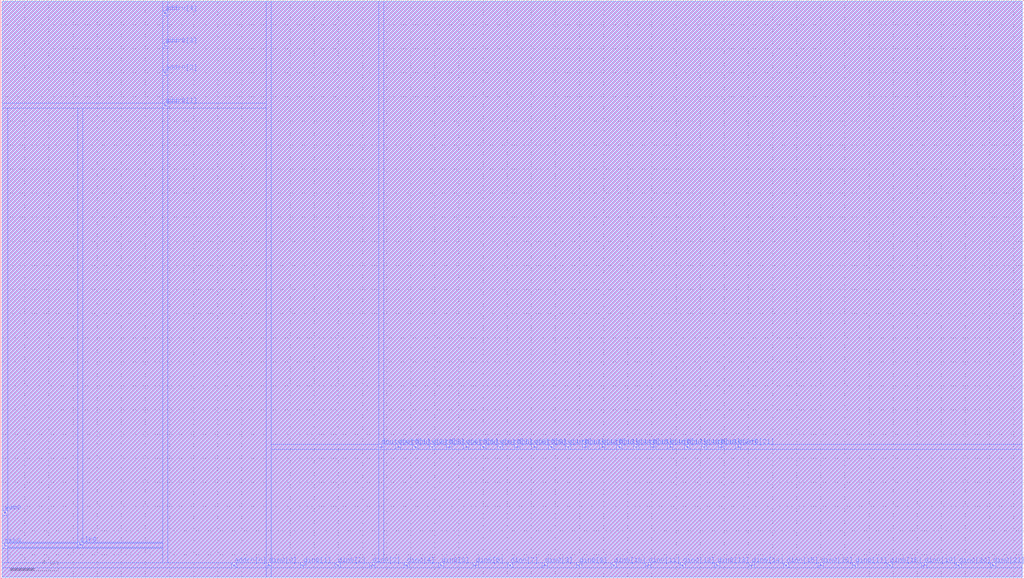
<source format=lef>
VERSION 5.4 ;
NAMESCASESENSITIVE ON ;
BUSBITCHARS "[]" ;
DIVIDERCHAR "/" ;
UNITS
  DATABASE MICRONS 2000 ;
END UNITS
MACRO mp3_tag_array_2
   CLASS BLOCK ;
   SIZE 84.86 BY 48.055 ;
   SYMMETRY X Y R90 ;
   PIN din0[0]
      DIRECTION INPUT ;
      PORT
         LAYER metal3 ;
         RECT  22.155 1.0375 22.29 1.1725 ;
      END
   END din0[0]
   PIN din0[1]
      DIRECTION INPUT ;
      PORT
         LAYER metal3 ;
         RECT  25.015 1.0375 25.15 1.1725 ;
      END
   END din0[1]
   PIN din0[2]
      DIRECTION INPUT ;
      PORT
         LAYER metal3 ;
         RECT  27.875 1.0375 28.01 1.1725 ;
      END
   END din0[2]
   PIN din0[3]
      DIRECTION INPUT ;
      PORT
         LAYER metal3 ;
         RECT  30.735 1.0375 30.87 1.1725 ;
      END
   END din0[3]
   PIN din0[4]
      DIRECTION INPUT ;
      PORT
         LAYER metal3 ;
         RECT  33.595 1.0375 33.73 1.1725 ;
      END
   END din0[4]
   PIN din0[5]
      DIRECTION INPUT ;
      PORT
         LAYER metal3 ;
         RECT  36.455 1.0375 36.59 1.1725 ;
      END
   END din0[5]
   PIN din0[6]
      DIRECTION INPUT ;
      PORT
         LAYER metal3 ;
         RECT  39.315 1.0375 39.45 1.1725 ;
      END
   END din0[6]
   PIN din0[7]
      DIRECTION INPUT ;
      PORT
         LAYER metal3 ;
         RECT  42.175 1.0375 42.31 1.1725 ;
      END
   END din0[7]
   PIN din0[8]
      DIRECTION INPUT ;
      PORT
         LAYER metal3 ;
         RECT  45.035 1.0375 45.17 1.1725 ;
      END
   END din0[8]
   PIN din0[9]
      DIRECTION INPUT ;
      PORT
         LAYER metal3 ;
         RECT  47.895 1.0375 48.03 1.1725 ;
      END
   END din0[9]
   PIN din0[10]
      DIRECTION INPUT ;
      PORT
         LAYER metal3 ;
         RECT  50.755 1.0375 50.89 1.1725 ;
      END
   END din0[10]
   PIN din0[11]
      DIRECTION INPUT ;
      PORT
         LAYER metal3 ;
         RECT  53.615 1.0375 53.75 1.1725 ;
      END
   END din0[11]
   PIN din0[12]
      DIRECTION INPUT ;
      PORT
         LAYER metal3 ;
         RECT  56.475 1.0375 56.61 1.1725 ;
      END
   END din0[12]
   PIN din0[13]
      DIRECTION INPUT ;
      PORT
         LAYER metal3 ;
         RECT  59.335 1.0375 59.47 1.1725 ;
      END
   END din0[13]
   PIN din0[14]
      DIRECTION INPUT ;
      PORT
         LAYER metal3 ;
         RECT  62.195 1.0375 62.33 1.1725 ;
      END
   END din0[14]
   PIN din0[15]
      DIRECTION INPUT ;
      PORT
         LAYER metal3 ;
         RECT  65.055 1.0375 65.19 1.1725 ;
      END
   END din0[15]
   PIN din0[16]
      DIRECTION INPUT ;
      PORT
         LAYER metal3 ;
         RECT  67.915 1.0375 68.05 1.1725 ;
      END
   END din0[16]
   PIN din0[17]
      DIRECTION INPUT ;
      PORT
         LAYER metal3 ;
         RECT  70.775 1.0375 70.91 1.1725 ;
      END
   END din0[17]
   PIN din0[18]
      DIRECTION INPUT ;
      PORT
         LAYER metal3 ;
         RECT  73.635 1.0375 73.77 1.1725 ;
      END
   END din0[18]
   PIN din0[19]
      DIRECTION INPUT ;
      PORT
         LAYER metal3 ;
         RECT  76.495 1.0375 76.63 1.1725 ;
      END
   END din0[19]
   PIN din0[20]
      DIRECTION INPUT ;
      PORT
         LAYER metal3 ;
         RECT  79.355 1.0375 79.49 1.1725 ;
      END
   END din0[20]
   PIN din0[21]
      DIRECTION INPUT ;
      PORT
         LAYER metal3 ;
         RECT  82.215 1.0375 82.35 1.1725 ;
      END
   END din0[21]
   PIN addr0[0]
      DIRECTION INPUT ;
      PORT
         LAYER metal3 ;
         RECT  19.295 1.0375 19.43 1.1725 ;
      END
   END addr0[0]
   PIN addr0[1]
      DIRECTION INPUT ;
      PORT
         LAYER metal3 ;
         RECT  13.575 39.2125 13.71 39.3475 ;
      END
   END addr0[1]
   PIN addr0[2]
      DIRECTION INPUT ;
      PORT
         LAYER metal3 ;
         RECT  13.575 41.9425 13.71 42.0775 ;
      END
   END addr0[2]
   PIN addr0[3]
      DIRECTION INPUT ;
      PORT
         LAYER metal3 ;
         RECT  13.575 44.1525 13.71 44.2875 ;
      END
   END addr0[3]
   PIN addr0[4]
      DIRECTION INPUT ;
      PORT
         LAYER metal3 ;
         RECT  13.575 46.8825 13.71 47.0175 ;
      END
   END addr0[4]
   PIN csb0
      DIRECTION INPUT ;
      PORT
         LAYER metal3 ;
         RECT  0.285 2.6825 0.42 2.8175 ;
      END
   END csb0
   PIN web0
      DIRECTION INPUT ;
      PORT
         LAYER metal3 ;
         RECT  0.285 5.4125 0.42 5.5475 ;
      END
   END web0
   PIN clk0
      DIRECTION INPUT ;
      PORT
         LAYER metal3 ;
         RECT  6.5275 2.7675 6.6625 2.9025 ;
      END
   END clk0
   PIN dout0[0]
      DIRECTION OUTPUT ;
      PORT
         LAYER metal3 ;
         RECT  31.495 10.87 31.63 11.005 ;
      END
   END dout0[0]
   PIN dout0[1]
      DIRECTION OUTPUT ;
      PORT
         LAYER metal3 ;
         RECT  32.905 10.87 33.04 11.005 ;
      END
   END dout0[1]
   PIN dout0[2]
      DIRECTION OUTPUT ;
      PORT
         LAYER metal3 ;
         RECT  34.315 10.87 34.45 11.005 ;
      END
   END dout0[2]
   PIN dout0[3]
      DIRECTION OUTPUT ;
      PORT
         LAYER metal3 ;
         RECT  35.725 10.87 35.86 11.005 ;
      END
   END dout0[3]
   PIN dout0[4]
      DIRECTION OUTPUT ;
      PORT
         LAYER metal3 ;
         RECT  37.135 10.87 37.27 11.005 ;
      END
   END dout0[4]
   PIN dout0[5]
      DIRECTION OUTPUT ;
      PORT
         LAYER metal3 ;
         RECT  38.545 10.87 38.68 11.005 ;
      END
   END dout0[5]
   PIN dout0[6]
      DIRECTION OUTPUT ;
      PORT
         LAYER metal3 ;
         RECT  39.955 10.87 40.09 11.005 ;
      END
   END dout0[6]
   PIN dout0[7]
      DIRECTION OUTPUT ;
      PORT
         LAYER metal3 ;
         RECT  41.365 10.87 41.5 11.005 ;
      END
   END dout0[7]
   PIN dout0[8]
      DIRECTION OUTPUT ;
      PORT
         LAYER metal3 ;
         RECT  42.775 10.87 42.91 11.005 ;
      END
   END dout0[8]
   PIN dout0[9]
      DIRECTION OUTPUT ;
      PORT
         LAYER metal3 ;
         RECT  44.185 10.87 44.32 11.005 ;
      END
   END dout0[9]
   PIN dout0[10]
      DIRECTION OUTPUT ;
      PORT
         LAYER metal3 ;
         RECT  45.595 10.87 45.73 11.005 ;
      END
   END dout0[10]
   PIN dout0[11]
      DIRECTION OUTPUT ;
      PORT
         LAYER metal3 ;
         RECT  47.005 10.87 47.14 11.005 ;
      END
   END dout0[11]
   PIN dout0[12]
      DIRECTION OUTPUT ;
      PORT
         LAYER metal3 ;
         RECT  48.415 10.87 48.55 11.005 ;
      END
   END dout0[12]
   PIN dout0[13]
      DIRECTION OUTPUT ;
      PORT
         LAYER metal3 ;
         RECT  49.825 10.87 49.96 11.005 ;
      END
   END dout0[13]
   PIN dout0[14]
      DIRECTION OUTPUT ;
      PORT
         LAYER metal3 ;
         RECT  51.235 10.87 51.37 11.005 ;
      END
   END dout0[14]
   PIN dout0[15]
      DIRECTION OUTPUT ;
      PORT
         LAYER metal3 ;
         RECT  52.645 10.87 52.78 11.005 ;
      END
   END dout0[15]
   PIN dout0[16]
      DIRECTION OUTPUT ;
      PORT
         LAYER metal3 ;
         RECT  54.055 10.87 54.19 11.005 ;
      END
   END dout0[16]
   PIN dout0[17]
      DIRECTION OUTPUT ;
      PORT
         LAYER metal3 ;
         RECT  55.465 10.87 55.6 11.005 ;
      END
   END dout0[17]
   PIN dout0[18]
      DIRECTION OUTPUT ;
      PORT
         LAYER metal3 ;
         RECT  56.875 10.87 57.01 11.005 ;
      END
   END dout0[18]
   PIN dout0[19]
      DIRECTION OUTPUT ;
      PORT
         LAYER metal3 ;
         RECT  58.285 10.87 58.42 11.005 ;
      END
   END dout0[19]
   PIN dout0[20]
      DIRECTION OUTPUT ;
      PORT
         LAYER metal3 ;
         RECT  59.695 10.87 59.83 11.005 ;
      END
   END dout0[20]
   PIN dout0[21]
      DIRECTION OUTPUT ;
      PORT
         LAYER metal3 ;
         RECT  61.105 10.87 61.24 11.005 ;
      END
   END dout0[21]
   PIN vdd
      DIRECTION INOUT ;
      USE POWER ; 
      SHAPE ABUTMENT ; 
      PORT
      END
   END vdd
   PIN gnd
      DIRECTION INOUT ;
      USE GROUND ; 
      SHAPE ABUTMENT ; 
      PORT
      END
   END gnd
   OBS
   LAYER  metal1 ;
      RECT  0.14 0.14 84.72 47.915 ;
   LAYER  metal2 ;
      RECT  0.14 0.14 84.72 47.915 ;
   LAYER  metal3 ;
      RECT  0.14 0.14 22.015 0.8975 ;
      RECT  22.015 0.14 22.43 0.8975 ;
      RECT  22.015 1.3125 22.43 47.915 ;
      RECT  22.43 0.14 84.72 0.8975 ;
      RECT  22.43 0.8975 24.875 1.3125 ;
      RECT  25.29 0.8975 27.735 1.3125 ;
      RECT  28.15 0.8975 30.595 1.3125 ;
      RECT  31.01 0.8975 33.455 1.3125 ;
      RECT  33.87 0.8975 36.315 1.3125 ;
      RECT  36.73 0.8975 39.175 1.3125 ;
      RECT  39.59 0.8975 42.035 1.3125 ;
      RECT  42.45 0.8975 44.895 1.3125 ;
      RECT  45.31 0.8975 47.755 1.3125 ;
      RECT  48.17 0.8975 50.615 1.3125 ;
      RECT  51.03 0.8975 53.475 1.3125 ;
      RECT  53.89 0.8975 56.335 1.3125 ;
      RECT  56.75 0.8975 59.195 1.3125 ;
      RECT  59.61 0.8975 62.055 1.3125 ;
      RECT  62.47 0.8975 64.915 1.3125 ;
      RECT  65.33 0.8975 67.775 1.3125 ;
      RECT  68.19 0.8975 70.635 1.3125 ;
      RECT  71.05 0.8975 73.495 1.3125 ;
      RECT  73.91 0.8975 76.355 1.3125 ;
      RECT  76.77 0.8975 79.215 1.3125 ;
      RECT  79.63 0.8975 82.075 1.3125 ;
      RECT  82.49 0.8975 84.72 1.3125 ;
      RECT  0.14 0.8975 19.155 1.3125 ;
      RECT  19.57 0.8975 22.015 1.3125 ;
      RECT  0.14 39.0725 13.435 39.4875 ;
      RECT  0.14 39.4875 13.435 47.915 ;
      RECT  13.435 1.3125 13.85 39.0725 ;
      RECT  13.85 1.3125 22.015 39.0725 ;
      RECT  13.85 39.0725 22.015 39.4875 ;
      RECT  13.85 39.4875 22.015 47.915 ;
      RECT  13.435 39.4875 13.85 41.8025 ;
      RECT  13.435 42.2175 13.85 44.0125 ;
      RECT  13.435 44.4275 13.85 46.7425 ;
      RECT  13.435 47.1575 13.85 47.915 ;
      RECT  0.14 1.3125 0.145 2.5425 ;
      RECT  0.14 2.5425 0.145 2.9575 ;
      RECT  0.14 2.9575 0.145 39.0725 ;
      RECT  0.145 1.3125 0.56 2.5425 ;
      RECT  0.56 1.3125 13.435 2.5425 ;
      RECT  0.145 2.9575 0.56 5.2725 ;
      RECT  0.145 5.6875 0.56 39.0725 ;
      RECT  0.56 2.5425 6.3875 2.6275 ;
      RECT  0.56 2.6275 6.3875 2.9575 ;
      RECT  6.3875 2.5425 6.8025 2.6275 ;
      RECT  6.8025 2.5425 13.435 2.6275 ;
      RECT  6.8025 2.6275 13.435 2.9575 ;
      RECT  0.56 2.9575 6.3875 3.0425 ;
      RECT  0.56 3.0425 6.3875 39.0725 ;
      RECT  6.3875 3.0425 6.8025 39.0725 ;
      RECT  6.8025 2.9575 13.435 3.0425 ;
      RECT  6.8025 3.0425 13.435 39.0725 ;
      RECT  22.43 1.3125 31.355 10.73 ;
      RECT  22.43 10.73 31.355 11.145 ;
      RECT  22.43 11.145 31.355 47.915 ;
      RECT  31.355 1.3125 31.77 10.73 ;
      RECT  31.355 11.145 31.77 47.915 ;
      RECT  31.77 1.3125 84.72 10.73 ;
      RECT  31.77 11.145 84.72 47.915 ;
      RECT  31.77 10.73 32.765 11.145 ;
      RECT  33.18 10.73 34.175 11.145 ;
      RECT  34.59 10.73 35.585 11.145 ;
      RECT  36.0 10.73 36.995 11.145 ;
      RECT  37.41 10.73 38.405 11.145 ;
      RECT  38.82 10.73 39.815 11.145 ;
      RECT  40.23 10.73 41.225 11.145 ;
      RECT  41.64 10.73 42.635 11.145 ;
      RECT  43.05 10.73 44.045 11.145 ;
      RECT  44.46 10.73 45.455 11.145 ;
      RECT  45.87 10.73 46.865 11.145 ;
      RECT  47.28 10.73 48.275 11.145 ;
      RECT  48.69 10.73 49.685 11.145 ;
      RECT  50.1 10.73 51.095 11.145 ;
      RECT  51.51 10.73 52.505 11.145 ;
      RECT  52.92 10.73 53.915 11.145 ;
      RECT  54.33 10.73 55.325 11.145 ;
      RECT  55.74 10.73 56.735 11.145 ;
      RECT  57.15 10.73 58.145 11.145 ;
      RECT  58.56 10.73 59.555 11.145 ;
      RECT  59.97 10.73 60.965 11.145 ;
      RECT  61.38 10.73 84.72 11.145 ;
   LAYER  metal4 ;
      RECT  0.14 0.14 84.72 47.915 ;
   END
END    mp3_tag_array_2
END    LIBRARY

</source>
